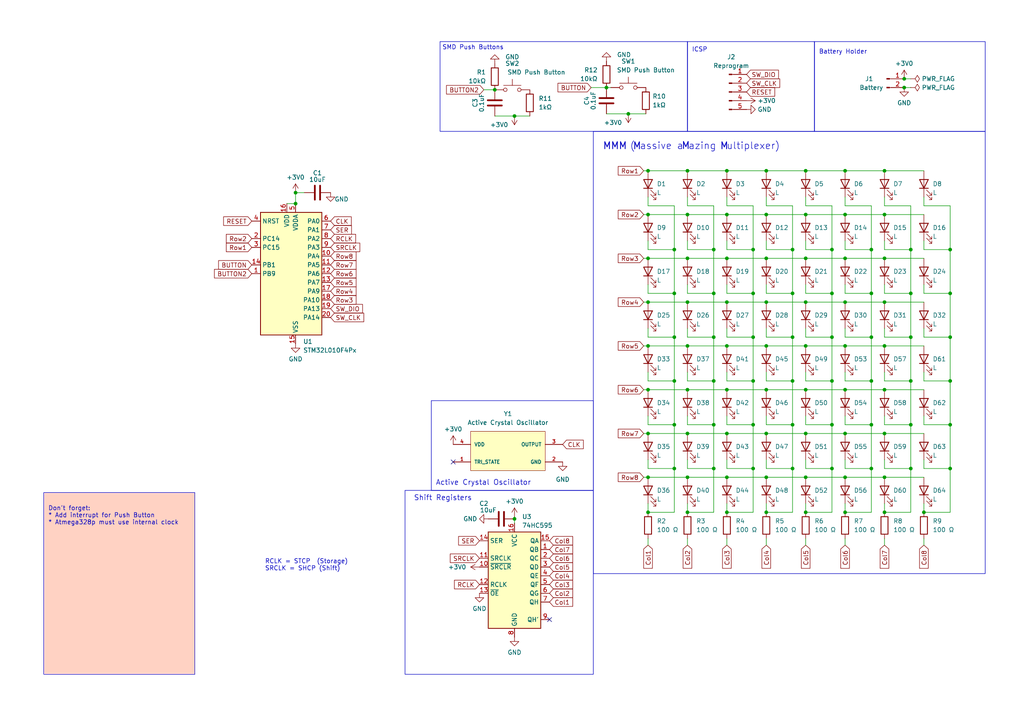
<source format=kicad_sch>
(kicad_sch (version 20230121) (generator eeschema)
  (paper "A4")
  (title_block (title "Holographic Business Card") (date "2024-12-20"))
  (junction (at 264.16 97.79))
  (junction (at 275.59 97.79))
  (junction (at 241.3 135.89))
  (junction (at 256.54 100.33))
  (junction (at 229.87 110.49))
  (junction (at 264.16 110.49))
  (junction (at 256.54 113.03))
  (junction (at 199.39 74.93))
  (junction (at 207.01 123.19))
  (junction (at 264.16 85.09))
  (junction (at 210.82 100.33))
  (junction (at 222.25 125.73))
  (junction (at 207.01 85.09))
  (junction (at 218.44 97.79))
  (junction (at 222.25 62.23))
  (junction (at 85.725 59.055))
  (junction (at 199.39 49.53))
  (junction (at 252.73 72.39))
  (junction (at 210.82 87.63))
  (junction (at 245.11 100.33))
  (junction (at 195.58 135.89))
  (junction (at 210.82 138.43))
  (junction (at 245.11 49.53))
  (junction (at 199.39 100.33))
  (junction (at 256.54 125.73))
  (junction (at 233.68 113.03))
  (junction (at 275.59 85.09))
  (junction (at 175.895 25.4))
  (junction (at 199.39 62.23))
  (junction (at 262.255 25.4))
  (junction (at 207.01 135.89))
  (junction (at 256.54 87.63))
  (junction (at 222.25 100.33))
  (junction (at 195.58 85.09))
  (junction (at 229.87 135.89))
  (junction (at 222.25 49.53))
  (junction (at 233.68 74.93))
  (junction (at 187.96 113.03))
  (junction (at 187.96 125.73))
  (junction (at 252.73 85.09))
  (junction (at 233.68 49.53))
  (junction (at 195.58 72.39))
  (junction (at 222.25 138.43))
  (junction (at 85.725 55.88))
  (junction (at 256.54 49.53))
  (junction (at 210.82 62.23))
  (junction (at 233.68 87.63))
  (junction (at 199.39 148.59))
  (junction (at 233.68 100.33))
  (junction (at 229.87 97.79))
  (junction (at 229.87 85.09))
  (junction (at 241.3 85.09))
  (junction (at 245.11 148.59))
  (junction (at 218.44 135.89))
  (junction (at 252.73 135.89))
  (junction (at 187.96 100.33))
  (junction (at 149.225 150.495))
  (junction (at 241.3 97.79))
  (junction (at 245.11 138.43))
  (junction (at 229.87 123.19))
  (junction (at 218.44 110.49))
  (junction (at 267.97 148.59))
  (junction (at 182.245 33.02))
  (junction (at 143.51 26.035))
  (junction (at 222.25 87.63))
  (junction (at 245.11 87.63))
  (junction (at 245.11 113.03))
  (junction (at 252.73 110.49))
  (junction (at 210.82 148.59))
  (junction (at 187.96 148.59))
  (junction (at 275.59 72.39))
  (junction (at 187.96 87.63))
  (junction (at 195.58 123.19))
  (junction (at 233.68 148.59))
  (junction (at 218.44 72.39))
  (junction (at 210.82 113.03))
  (junction (at 256.54 74.93))
  (junction (at 245.11 74.93))
  (junction (at 275.59 123.19))
  (junction (at 245.11 62.23))
  (junction (at 199.39 87.63))
  (junction (at 229.87 72.39))
  (junction (at 187.96 62.23))
  (junction (at 233.68 62.23))
  (junction (at 222.25 148.59))
  (junction (at 210.82 49.53))
  (junction (at 245.11 125.73))
  (junction (at 241.3 123.19))
  (junction (at 218.44 123.19))
  (junction (at 187.96 49.53))
  (junction (at 256.54 148.59))
  (junction (at 199.39 113.03))
  (junction (at 241.3 72.39))
  (junction (at 207.01 72.39))
  (junction (at 262.255 22.86))
  (junction (at 275.59 110.49))
  (junction (at 264.16 135.89))
  (junction (at 149.225 33.655))
  (junction (at 207.01 97.79))
  (junction (at 264.16 123.19))
  (junction (at 207.01 110.49))
  (junction (at 187.96 74.93))
  (junction (at 252.73 123.19))
  (junction (at 241.3 110.49))
  (junction (at 264.16 72.39))
  (junction (at 256.54 62.23))
  (junction (at 233.68 138.43))
  (junction (at 195.58 110.49))
  (junction (at 218.44 85.09))
  (junction (at 275.59 135.89))
  (junction (at 195.58 97.79))
  (junction (at 233.68 125.73))
  (junction (at 210.82 125.73))
  (junction (at 210.82 74.93))
  (junction (at 199.39 125.73))
  (junction (at 199.39 138.43))
  (junction (at 187.96 138.43))
  (junction (at 222.25 74.93))
  (junction (at 222.25 113.03))
  (junction (at 252.73 97.79))
  (junction (at 256.54 138.43))
  (no_connect (at 131.445 133.985))
  (no_connect (at 159.385 179.705))
  (wire (pts (xy 256.54 72.39) (xy 264.16 72.39)))
  (wire (pts (xy 218.44 148.59) (xy 210.82 148.59)))
  (wire (pts (xy 210.82 57.15) (xy 210.82 59.69)))
  (wire (pts (xy 245.11 57.15) (xy 245.11 59.69)))
  (wire (pts (xy 207.01 135.89) (xy 207.01 148.59)))
  (wire (pts (xy 222.25 82.55) (xy 222.25 85.09)))
  (wire (pts (xy 252.73 97.79) (xy 252.73 110.49)))
  (wire (pts (xy 245.11 125.73) (xy 256.54 125.73)))
  (wire (pts (xy 256.54 120.65) (xy 256.54 123.19)))
  (wire (pts (xy 171.45 25.4) (xy 175.895 25.4)))
  (wire (pts (xy 199.39 74.93) (xy 210.82 74.93)))
  (wire (pts (xy 186.69 125.73) (xy 187.96 125.73)))
  (wire (pts (xy 210.82 74.93) (xy 222.25 74.93)))
  (wire (pts (xy 245.11 87.63) (xy 256.54 87.63)))
  (wire (pts (xy 187.96 120.65) (xy 187.96 123.19)))
  (wire (pts (xy 256.54 123.19) (xy 264.16 123.19)))
  (wire (pts (xy 210.82 82.55) (xy 210.82 85.09)))
  (wire (pts (xy 245.11 110.49) (xy 252.73 110.49)))
  (wire (pts (xy 187.96 49.53) (xy 199.39 49.53)))
  (wire (pts (xy 233.68 135.89) (xy 241.3 135.89)))
  (wire (pts (xy 210.82 100.33) (xy 222.25 100.33)))
  (wire (pts (xy 267.97 156.21) (xy 267.97 158.115)))
  (wire (pts (xy 222.25 148.59) (xy 222.25 146.05)))
  (wire (pts (xy 267.97 135.89) (xy 275.59 135.89)))
  (wire (pts (xy 207.01 85.09) (xy 207.01 97.79)))
  (wire (pts (xy 210.82 138.43) (xy 222.25 138.43)))
  (wire (pts (xy 241.3 110.49) (xy 241.3 123.19)))
  (wire (pts (xy 187.96 72.39) (xy 195.58 72.39)))
  (wire (pts (xy 233.68 62.23) (xy 245.11 62.23)))
  (wire (pts (xy 233.68 82.55) (xy 233.68 85.09)))
  (wire (pts (xy 222.25 107.95) (xy 222.25 110.49)))
  (wire (pts (xy 222.25 69.85) (xy 222.25 72.39)))
  (wire (pts (xy 245.11 59.69) (xy 252.73 59.69)))
  (wire (pts (xy 210.82 125.73) (xy 222.25 125.73)))
  (wire (pts (xy 187.96 135.89) (xy 195.58 135.89)))
  (wire (pts (xy 199.39 156.21) (xy 199.39 158.115)))
  (wire (pts (xy 233.68 133.35) (xy 233.68 135.89)))
  (wire (pts (xy 256.54 107.95) (xy 256.54 110.49)))
  (wire (pts (xy 267.97 133.35) (xy 267.97 135.89)))
  (wire (pts (xy 218.44 110.49) (xy 218.44 123.19)))
  (wire (pts (xy 187.96 59.69) (xy 195.58 59.69)))
  (wire (pts (xy 210.82 85.09) (xy 218.44 85.09)))
  (wire (pts (xy 252.73 110.49) (xy 252.73 123.19)))
  (wire (pts (xy 233.68 125.73) (xy 245.11 125.73)))
  (wire (pts (xy 218.44 97.79) (xy 218.44 110.49)))
  (wire (pts (xy 229.87 135.89) (xy 229.87 148.59)))
  (wire (pts (xy 218.44 135.89) (xy 218.44 148.59)))
  (wire (pts (xy 275.59 123.19) (xy 275.59 135.89)))
  (wire (pts (xy 210.82 62.23) (xy 222.25 62.23)))
  (wire (pts (xy 187.96 110.49) (xy 195.58 110.49)))
  (wire (pts (xy 256.54 74.93) (xy 267.97 74.93)))
  (wire (pts (xy 199.39 97.79) (xy 207.01 97.79)))
  (wire (pts (xy 222.25 85.09) (xy 229.87 85.09)))
  (wire (pts (xy 229.87 110.49) (xy 229.87 123.19)))
  (wire (pts (xy 195.58 72.39) (xy 195.58 85.09)))
  (wire (pts (xy 187.96 85.09) (xy 195.58 85.09)))
  (wire (pts (xy 222.25 125.73) (xy 233.68 125.73)))
  (wire (pts (xy 187.96 57.15) (xy 187.96 59.69)))
  (wire (pts (xy 222.25 138.43) (xy 233.68 138.43)))
  (wire (pts (xy 143.51 33.655) (xy 149.225 33.655)))
  (wire (pts (xy 256.54 110.49) (xy 264.16 110.49)))
  (wire (pts (xy 187.96 97.79) (xy 195.58 97.79)))
  (wire (pts (xy 195.58 110.49) (xy 195.58 123.19)))
  (wire (pts (xy 275.59 59.69) (xy 275.59 72.39)))
  (wire (pts (xy 199.39 138.43) (xy 210.82 138.43)))
  (wire (pts (xy 210.82 148.59) (xy 210.82 146.05)))
  (wire (pts (xy 187.96 69.85) (xy 187.96 72.39)))
  (wire (pts (xy 245.11 69.85) (xy 245.11 72.39)))
  (wire (pts (xy 229.87 85.09) (xy 229.87 97.79)))
  (wire (pts (xy 195.58 135.89) (xy 195.58 148.59)))
  (wire (pts (xy 187.96 62.23) (xy 199.39 62.23)))
  (wire (pts (xy 222.25 156.21) (xy 222.25 158.115)))
  (wire (pts (xy 195.58 123.19) (xy 195.58 135.89)))
  (wire (pts (xy 199.39 125.73) (xy 210.82 125.73)))
  (wire (pts (xy 199.39 113.03) (xy 210.82 113.03)))
  (wire (pts (xy 264.16 97.79) (xy 264.16 110.49)))
  (wire (pts (xy 245.11 113.03) (xy 256.54 113.03)))
  (wire (pts (xy 233.68 138.43) (xy 245.11 138.43)))
  (wire (pts (xy 267.97 120.65) (xy 267.97 123.19)))
  (wire (pts (xy 245.11 135.89) (xy 252.73 135.89)))
  (wire (pts (xy 275.59 135.89) (xy 275.59 148.59)))
  (wire (pts (xy 267.97 123.19) (xy 275.59 123.19)))
  (wire (pts (xy 207.01 59.69) (xy 207.01 72.39)))
  (wire (pts (xy 207.01 72.39) (xy 207.01 85.09)))
  (wire (pts (xy 210.82 95.25) (xy 210.82 97.79)))
  (wire (pts (xy 199.39 110.49) (xy 207.01 110.49)))
  (wire (pts (xy 199.39 95.25) (xy 199.39 97.79)))
  (wire (pts (xy 199.39 72.39) (xy 207.01 72.39)))
  (wire (pts (xy 229.87 59.69) (xy 229.87 72.39)))
  (wire (pts (xy 275.59 72.39) (xy 275.59 85.09)))
  (wire (pts (xy 218.44 85.09) (xy 218.44 97.79)))
  (wire (pts (xy 233.68 57.15) (xy 233.68 59.69)))
  (wire (pts (xy 222.25 123.19) (xy 229.87 123.19)))
  (wire (pts (xy 233.68 107.95) (xy 233.68 110.49)))
  (wire (pts (xy 149.225 150.495) (xy 149.225 151.765)))
  (wire (pts (xy 256.54 85.09) (xy 264.16 85.09)))
  (wire (pts (xy 245.11 148.59) (xy 245.11 146.05)))
  (wire (pts (xy 233.68 148.59) (xy 233.68 146.05)))
  (wire (pts (xy 245.11 62.23) (xy 256.54 62.23)))
  (wire (pts (xy 233.68 110.49) (xy 241.3 110.49)))
  (wire (pts (xy 267.97 107.95) (xy 267.97 110.49)))
  (wire (pts (xy 275.59 97.79) (xy 275.59 110.49)))
  (wire (pts (xy 210.82 156.21) (xy 210.82 158.115)))
  (wire (pts (xy 256.54 87.63) (xy 267.97 87.63)))
  (wire (pts (xy 187.96 87.63) (xy 199.39 87.63)))
  (wire (pts (xy 186.69 100.33) (xy 187.96 100.33)))
  (wire (pts (xy 199.39 123.19) (xy 207.01 123.19)))
  (wire (pts (xy 187.96 95.25) (xy 187.96 97.79)))
  (wire (pts (xy 187.96 100.33) (xy 199.39 100.33)))
  (wire (pts (xy 233.68 69.85) (xy 233.68 72.39)))
  (wire (pts (xy 267.97 72.39) (xy 275.59 72.39)))
  (wire (pts (xy 186.69 138.43) (xy 187.96 138.43)))
  (wire (pts (xy 186.69 113.03) (xy 187.96 113.03)))
  (wire (pts (xy 252.73 59.69) (xy 252.73 72.39)))
  (wire (pts (xy 199.39 82.55) (xy 199.39 85.09)))
  (wire (pts (xy 199.39 148.59) (xy 199.39 146.05)))
  (wire (pts (xy 267.97 85.09) (xy 275.59 85.09)))
  (wire (pts (xy 210.82 120.65) (xy 210.82 123.19)))
  (wire (pts (xy 241.3 72.39) (xy 241.3 85.09)))
  (wire (pts (xy 229.87 72.39) (xy 229.87 85.09)))
  (wire (pts (xy 210.82 123.19) (xy 218.44 123.19)))
  (wire (pts (xy 222.25 49.53) (xy 233.68 49.53)))
  (wire (pts (xy 256.54 113.03) (xy 267.97 113.03)))
  (wire (pts (xy 256.54 82.55) (xy 256.54 85.09)))
  (wire (pts (xy 256.54 148.59) (xy 256.54 146.05)))
  (wire (pts (xy 175.895 33.02) (xy 182.245 33.02)))
  (wire (pts (xy 267.97 97.79) (xy 275.59 97.79)))
  (wire (pts (xy 210.82 72.39) (xy 218.44 72.39)))
  (wire (pts (xy 264.16 123.19) (xy 264.16 135.89)))
  (wire (pts (xy 199.39 107.95) (xy 199.39 110.49)))
  (wire (pts (xy 199.39 59.69) (xy 207.01 59.69)))
  (wire (pts (xy 140.335 26.035) (xy 143.51 26.035)))
  (wire (pts (xy 241.3 85.09) (xy 241.3 97.79)))
  (wire (pts (xy 186.69 87.63) (xy 187.96 87.63)))
  (wire (pts (xy 245.11 100.33) (xy 256.54 100.33)))
  (wire (pts (xy 245.11 120.65) (xy 245.11 123.19)))
  (wire (pts (xy 256.54 59.69) (xy 264.16 59.69)))
  (wire (pts (xy 264.16 148.59) (xy 256.54 148.59)))
  (wire (pts (xy 229.87 97.79) (xy 229.87 110.49)))
  (wire (pts (xy 187.96 148.59) (xy 187.96 146.05)))
  (wire (pts (xy 256.54 100.33) (xy 267.97 100.33)))
  (wire (pts (xy 256.54 95.25) (xy 256.54 97.79)))
  (wire (pts (xy 233.68 72.39) (xy 241.3 72.39)))
  (wire (pts (xy 222.25 95.25) (xy 222.25 97.79)))
  (wire (pts (xy 245.11 95.25) (xy 245.11 97.79)))
  (wire (pts (xy 210.82 69.85) (xy 210.82 72.39)))
  (wire (pts (xy 267.97 82.55) (xy 267.97 85.09)))
  (wire (pts (xy 199.39 69.85) (xy 199.39 72.39)))
  (wire (pts (xy 241.3 148.59) (xy 233.68 148.59)))
  (wire (pts (xy 207.01 148.59) (xy 199.39 148.59)))
  (wire (pts (xy 233.68 100.33) (xy 245.11 100.33)))
  (wire (pts (xy 241.3 123.19) (xy 241.3 135.89)))
  (wire (pts (xy 233.68 74.93) (xy 245.11 74.93)))
  (wire (pts (xy 245.11 85.09) (xy 252.73 85.09)))
  (wire (pts (xy 210.82 87.63) (xy 222.25 87.63)))
  (wire (pts (xy 85.725 55.88) (xy 85.725 59.055)))
  (wire (pts (xy 233.68 85.09) (xy 241.3 85.09)))
  (wire (pts (xy 210.82 110.49) (xy 218.44 110.49)))
  (wire (pts (xy 222.25 100.33) (xy 233.68 100.33)))
  (wire (pts (xy 222.25 113.03) (xy 233.68 113.03)))
  (wire (pts (xy 186.69 62.23) (xy 187.96 62.23)))
  (wire (pts (xy 187.96 138.43) (xy 199.39 138.43)))
  (wire (pts (xy 252.73 135.89) (xy 252.73 148.59)))
  (wire (pts (xy 199.39 100.33) (xy 210.82 100.33)))
  (wire (pts (xy 218.44 123.19) (xy 218.44 135.89)))
  (wire (pts (xy 264.16 22.86) (xy 262.255 22.86)))
  (wire (pts (xy 199.39 87.63) (xy 210.82 87.63)))
  (wire (pts (xy 245.11 138.43) (xy 256.54 138.43)))
  (wire (pts (xy 218.44 72.39) (xy 218.44 85.09)))
  (wire (pts (xy 210.82 97.79) (xy 218.44 97.79)))
  (wire (pts (xy 187.96 82.55) (xy 187.96 85.09)))
  (wire (pts (xy 218.44 59.69) (xy 218.44 72.39)))
  (wire (pts (xy 245.11 74.93) (xy 256.54 74.93)))
  (wire (pts (xy 264.16 25.4) (xy 262.255 25.4)))
  (wire (pts (xy 267.97 69.85) (xy 267.97 72.39)))
  (wire (pts (xy 199.39 62.23) (xy 210.82 62.23)))
  (wire (pts (xy 187.96 123.19) (xy 195.58 123.19)))
  (wire (pts (xy 256.54 138.43) (xy 267.97 138.43)))
  (wire (pts (xy 222.25 72.39) (xy 229.87 72.39)))
  (wire (pts (xy 233.68 120.65) (xy 233.68 123.19)))
  (wire (pts (xy 182.245 33.02) (xy 187.325 33.02)))
  (wire (pts (xy 264.16 85.09) (xy 264.16 97.79)))
  (wire (pts (xy 275.59 148.59) (xy 267.97 148.59)))
  (wire (pts (xy 187.96 133.35) (xy 187.96 135.89)))
  (wire (pts (xy 256.54 57.15) (xy 256.54 59.69)))
  (wire (pts (xy 222.25 110.49) (xy 229.87 110.49)))
  (wire (pts (xy 229.87 123.19) (xy 229.87 135.89)))
  (wire (pts (xy 233.68 87.63) (xy 245.11 87.63)))
  (wire (pts (xy 186.69 74.93) (xy 187.96 74.93)))
  (wire (pts (xy 275.59 85.09) (xy 275.59 97.79)))
  (wire (pts (xy 199.39 135.89) (xy 207.01 135.89)))
  (wire (pts (xy 199.39 49.53) (xy 210.82 49.53)))
  (wire (pts (xy 233.68 123.19) (xy 241.3 123.19)))
  (wire (pts (xy 233.68 49.53) (xy 245.11 49.53)))
  (wire (pts (xy 195.58 97.79) (xy 195.58 110.49)))
  (wire (pts (xy 187.96 125.73) (xy 199.39 125.73)))
  (wire (pts (xy 256.54 125.73) (xy 267.97 125.73)))
  (wire (pts (xy 241.3 59.69) (xy 241.3 72.39)))
  (wire (pts (xy 256.54 135.89) (xy 264.16 135.89)))
  (wire (pts (xy 252.73 85.09) (xy 252.73 97.79)))
  (wire (pts (xy 245.11 82.55) (xy 245.11 85.09)))
  (wire (pts (xy 199.39 85.09) (xy 207.01 85.09)))
  (wire (pts (xy 222.25 87.63) (xy 233.68 87.63)))
  (wire (pts (xy 256.54 62.23) (xy 267.97 62.23)))
  (wire (pts (xy 210.82 135.89) (xy 218.44 135.89)))
  (wire (pts (xy 245.11 107.95) (xy 245.11 110.49)))
  (wire (pts (xy 210.82 133.35) (xy 210.82 135.89)))
  (wire (pts (xy 256.54 49.53) (xy 267.97 49.53)))
  (wire (pts (xy 229.87 148.59) (xy 222.25 148.59)))
  (wire (pts (xy 222.25 97.79) (xy 229.87 97.79)))
  (wire (pts (xy 256.54 69.85) (xy 256.54 72.39)))
  (wire (pts (xy 245.11 49.53) (xy 256.54 49.53)))
  (wire (pts (xy 267.97 148.59) (xy 267.97 146.05)))
  (wire (pts (xy 267.97 59.69) (xy 275.59 59.69)))
  (wire (pts (xy 187.96 107.95) (xy 187.96 110.49)))
  (wire (pts (xy 267.97 57.15) (xy 267.97 59.69)))
  (wire (pts (xy 275.59 110.49) (xy 275.59 123.19)))
  (wire (pts (xy 264.16 72.39) (xy 264.16 85.09)))
  (wire (pts (xy 252.73 123.19) (xy 252.73 135.89)))
  (wire (pts (xy 175.895 25.4) (xy 177.165 25.4)))
  (wire (pts (xy 195.58 148.59) (xy 187.96 148.59)))
  (wire (pts (xy 222.25 74.93) (xy 233.68 74.93)))
  (wire (pts (xy 252.73 72.39) (xy 252.73 85.09)))
  (wire (pts (xy 245.11 97.79) (xy 252.73 97.79)))
  (wire (pts (xy 264.16 135.89) (xy 264.16 148.59)))
  (wire (pts (xy 256.54 97.79) (xy 264.16 97.79)))
  (wire (pts (xy 233.68 95.25) (xy 233.68 97.79)))
  (wire (pts (xy 187.96 113.03) (xy 199.39 113.03)))
  (wire (pts (xy 83.185 59.055) (xy 85.725 59.055)))
  (wire (pts (xy 210.82 113.03) (xy 222.25 113.03)))
  (wire (pts (xy 207.01 123.19) (xy 207.01 135.89)))
  (wire (pts (xy 241.3 135.89) (xy 241.3 148.59)))
  (wire (pts (xy 149.225 149.86) (xy 149.225 150.495)))
  (wire (pts (xy 195.58 59.69) (xy 195.58 72.39)))
  (wire (pts (xy 199.39 120.65) (xy 199.39 123.19)))
  (wire (pts (xy 187.96 156.21) (xy 187.96 158.115)))
  (wire (pts (xy 222.25 135.89) (xy 229.87 135.89)))
  (wire (pts (xy 199.39 57.15) (xy 199.39 59.69)))
  (wire (pts (xy 88.265 55.88) (xy 85.725 55.88)))
  (wire (pts (xy 187.96 74.93) (xy 199.39 74.93)))
  (wire (pts (xy 222.25 57.15) (xy 222.25 59.69)))
  (wire (pts (xy 267.97 110.49) (xy 275.59 110.49)))
  (wire (pts (xy 264.16 59.69) (xy 264.16 72.39)))
  (wire (pts (xy 245.11 156.21) (xy 245.11 158.115)))
  (wire (pts (xy 199.39 133.35) (xy 199.39 135.89)))
  (wire (pts (xy 222.25 133.35) (xy 222.25 135.89)))
  (wire (pts (xy 195.58 85.09) (xy 195.58 97.79)))
  (wire (pts (xy 222.25 62.23) (xy 233.68 62.23)))
  (wire (pts (xy 233.68 59.69) (xy 241.3 59.69)))
  (wire (pts (xy 256.54 156.21) (xy 256.54 158.115)))
  (wire (pts (xy 256.54 133.35) (xy 256.54 135.89)))
  (wire (pts (xy 149.225 33.655) (xy 153.67 33.655)))
  (wire (pts (xy 207.01 97.79) (xy 207.01 110.49)))
  (wire (pts (xy 233.68 113.03) (xy 245.11 113.03)))
  (wire (pts (xy 210.82 107.95) (xy 210.82 110.49)))
  (wire (pts (xy 207.01 110.49) (xy 207.01 123.19)))
  (wire (pts (xy 222.25 120.65) (xy 222.25 123.19)))
  (wire (pts (xy 222.25 59.69) (xy 229.87 59.69)))
  (wire (pts (xy 233.68 156.21) (xy 233.68 158.115)))
  (wire (pts (xy 245.11 72.39) (xy 252.73 72.39)))
  (wire (pts (xy 245.11 133.35) (xy 245.11 135.89)))
  (wire (pts (xy 233.68 97.79) (xy 241.3 97.79)))
  (wire (pts (xy 252.73 148.59) (xy 245.11 148.59)))
  (wire (pts (xy 210.82 49.53) (xy 222.25 49.53)))
  (wire (pts (xy 210.82 59.69) (xy 218.44 59.69)))
  (wire (pts (xy 264.16 110.49) (xy 264.16 123.19)))
  (wire (pts (xy 245.11 123.19) (xy 252.73 123.19)))
  (wire (pts (xy 186.69 49.53) (xy 187.96 49.53)))
  (wire (pts (xy 241.3 97.79) (xy 241.3 110.49)))
  (wire (pts (xy 267.97 95.25) (xy 267.97 97.79)))
  (rectangle (start 236.22 38.1) (end 236.22 38.1))
  (rectangle (start 127.635 12.065) (end 199.39 38.1))
  (rectangle (start 172.085 38.1) (end 285.75 166.37))
  (rectangle (start 199.39 12.065) (end 236.22 38.1))
  (rectangle (start 12.7 142.875) (end 56.515 195.58) (fill (type color) (color 255 210 195 1)))
  (rectangle (start 117.475 142.24) (end 172.085 195.58))
  (rectangle (start 236.22 12.065) (end 285.75 38.1))
  (rectangle (start 125.095 116.205) (end 172.085 142.24))
  (text "M" (at 208.7626 43.6626 0) (effects (font (size 2 2) (thickness 0.254) bold) (justify left bottom)))
  (text " ( assive a azing  ultiplexer)" (at 181.1274 43.6372 0) (effects (font (size 2 2)) (justify left bottom)))
  (text "M" (at 183.4642 43.6626 0) (effects (font (size 2 2) (thickness 0.254) bold) (justify left bottom)))
  (text "SMD Push Buttons\n" (at 128.27 14.605 0) (effects (font (size 1.27 1.27)) (justify left bottom)))
  (text "Don't forget:\n* Add interrupt for Push Button\n* Atmega328p must use internal clock" (at 13.97 152.4 0) (effects (font (size 1.27 1.27)) (justify left bottom)))
  (text "Shift Registers\n" (at 120.015 145.415 0) (effects (font (size 1.5 1.5)) (justify left bottom)))
  (text "MMM" (at 174.7774 43.6372 0) (effects (font (size 2 2) (thickness 0.254) bold) (justify left bottom)))
  (text "M" (at 197.612 43.5864 0) (effects (font (size 2 2) (thickness 0.254) bold) (justify left bottom)))
  (text "RCLK = STCP  (Storage)\nSRCLK = SHCP (Shift)" (at 76.835 165.735 0) (effects (font (size 1.27 1.27)) (justify left bottom)))
  (text "Battery Holder" (at 237.49 15.875 0) (effects (font (size 1.27 1.27)) (justify left bottom)))
  (text "ICSP" (at 200.66 15.24 0) (effects (font (size 1.27 1.27)) (justify left bottom)))
  (text "Active Crystal Oscillator\n" (at 126.365 140.97 0) (effects (font (size 1.5 1.5)) (justify left bottom)))
  (global_label "BUTTON2" (shape input) (at 140.335 26.035 180) (property "Intersheetrefs" "${INTERSHEET_REFS}" (effects hide)))
  (global_label "Col4" (shape input) (at 159.385 167.005 0) (property "Intersheetrefs" "${INTERSHEET_REFS}" (effects hide)))
  (global_label "BUTTON" (shape input) (at 171.45 25.4 180) (property "Intersheetrefs" "${INTERSHEET_REFS}" (effects hide)))
  (global_label "Col6" (shape input) (at 159.385 161.925 0) (property "Intersheetrefs" "${INTERSHEET_REFS}" (effects hide)))
  (global_label "Col4" (shape input) (at 222.25 158.115 270) (property "Intersheetrefs" "${INTERSHEET_REFS}" (effects hide)))
  (global_label "BUTTON2" (shape input) (at 73.025 79.375 180) (property "Intersheetrefs" "${INTERSHEET_REFS}" (effects hide)))
  (global_label "Col1" (shape input) (at 159.385 174.625 0) (property "Intersheetrefs" "${INTERSHEET_REFS}" (effects hide)))
  (global_label "CLK" (shape input) (at 163.195 128.905 0) (property "Intersheetrefs" "${INTERSHEET_REFS}" (effects hide)))
  (global_label "Row2" (shape input) (at 73.025 69.215 180) (property "Intersheetrefs" "${INTERSHEET_REFS}" (effects hide)))
  (global_label "Row7" (shape input) (at 95.885 76.835 0) (property "Intersheetrefs" "${INTERSHEET_REFS}" (effects hide)))
  (global_label "Col5" (shape input) (at 159.385 164.465 0) (property "Intersheetrefs" "${INTERSHEET_REFS}" (effects hide)))
  (global_label "Col7" (shape input) (at 256.54 158.115 270) (property "Intersheetrefs" "${INTERSHEET_REFS}" (effects hide)))
  (global_label "Col2" (shape input) (at 199.39 158.115 270) (property "Intersheetrefs" "${INTERSHEET_REFS}" (effects hide)))
  (global_label "Row5" (shape input) (at 95.885 81.915 0) (property "Intersheetrefs" "${INTERSHEET_REFS}" (effects hide)))
  (global_label "Row4" (shape input) (at 95.885 84.455 0) (property "Intersheetrefs" "${INTERSHEET_REFS}" (effects hide)))
  (global_label "Col3" (shape input) (at 210.82 158.115 270) (property "Intersheetrefs" "${INTERSHEET_REFS}" (effects hide)))
  (global_label "Col2" (shape input) (at 159.385 172.085 0) (property "Intersheetrefs" "${INTERSHEET_REFS}" (effects hide)))
  (global_label "Col8" (shape input) (at 159.385 156.845 0) (property "Intersheetrefs" "${INTERSHEET_REFS}" (effects hide)))
  (global_label "Row8" (shape input) (at 95.885 74.295 0) (property "Intersheetrefs" "${INTERSHEET_REFS}" (effects hide)))
  (global_label "Row1" (shape input) (at 73.025 71.755 180) (property "Intersheetrefs" "${INTERSHEET_REFS}" (effects hide)))
  (global_label "RCLK" (shape input) (at 95.885 69.215 0) (property "Intersheetrefs" "${INTERSHEET_REFS}" (effects hide)))
  (global_label "Row5" (shape input) (at 186.69 100.33 180) (property "Intersheetrefs" "${INTERSHEET_REFS}" (effects hide)))
  (global_label "Row6" (shape input) (at 95.885 79.375 0) (property "Intersheetrefs" "${INTERSHEET_REFS}" (effects hide)))
  (global_label "BUTTON" (shape input) (at 73.025 76.835 180) (property "Intersheetrefs" "${INTERSHEET_REFS}" (effects hide)))
  (global_label "SRCLK" (shape input) (at 95.885 71.755 0) (property "Intersheetrefs" "${INTERSHEET_REFS}" (effects hide)))
  (global_label "Col3" (shape input) (at 159.385 169.545 0) (property "Intersheetrefs" "${INTERSHEET_REFS}" (effects hide)))
  (global_label "SER" (shape input) (at 139.065 156.845 180) (property "Intersheetrefs" "${INTERSHEET_REFS}" (effects hide)))
  (global_label "SW_CLK" (shape input) (at 216.535 24.13 0) (property "Intersheetrefs" "${INTERSHEET_REFS}" (effects hide)))
  (global_label "Col8" (shape input) (at 267.97 158.115 270) (property "Intersheetrefs" "${INTERSHEET_REFS}" (effects hide)))
  (global_label "Row3" (shape input) (at 186.69 74.93 180) (property "Intersheetrefs" "${INTERSHEET_REFS}" (effects hide)))
  (global_label "Row8" (shape input) (at 186.69 138.43 180) (property "Intersheetrefs" "${INTERSHEET_REFS}" (effects hide)))
  (global_label "Col7" (shape input) (at 159.385 159.385 0) (property "Intersheetrefs" "${INTERSHEET_REFS}" (effects hide)))
  (global_label "Row4" (shape input) (at 186.69 87.63 180) (property "Intersheetrefs" "${INTERSHEET_REFS}" (effects hide)))
  (global_label "Col6" (shape input) (at 245.11 158.115 270) (property "Intersheetrefs" "${INTERSHEET_REFS}" (effects hide)))
  (global_label "Col1" (shape input) (at 187.96 158.115 270) (property "Intersheetrefs" "${INTERSHEET_REFS}" (effects hide)))
  (global_label "SW_CLK" (shape input) (at 95.885 92.075 0) (property "Intersheetrefs" "${INTERSHEET_REFS}" (effects hide)))
  (global_label "Col5" (shape input) (at 233.68 158.115 270) (property "Intersheetrefs" "${INTERSHEET_REFS}" (effects hide)))
  (global_label "Row3" (shape input) (at 95.885 86.995 0) (property "Intersheetrefs" "${INTERSHEET_REFS}" (effects hide)))
  (global_label "CLK" (shape input) (at 95.885 64.135 0) (property "Intersheetrefs" "${INTERSHEET_REFS}" (effects hide)))
  (global_label "SER" (shape input) (at 95.885 66.675 0) (property "Intersheetrefs" "${INTERSHEET_REFS}" (effects hide)))
  (global_label "SW_DIO" (shape input) (at 95.885 89.535 0) (property "Intersheetrefs" "${INTERSHEET_REFS}" (effects hide)))
  (global_label "Row2" (shape input) (at 186.69 62.23 180) (property "Intersheetrefs" "${INTERSHEET_REFS}" (effects hide)))
  (global_label "Row7" (shape input) (at 186.69 125.73 180) (property "Intersheetrefs" "${INTERSHEET_REFS}" (effects hide)))
  (global_label "Row6" (shape input) (at 186.69 113.03 180) (property "Intersheetrefs" "${INTERSHEET_REFS}" (effects hide)))
  (global_label "RCLK" (shape input) (at 139.065 169.545 180) (property "Intersheetrefs" "${INTERSHEET_REFS}" (effects hide)))
  (global_label "RESET" (shape input) (at 216.535 26.67 0) (property "Intersheetrefs" "${INTERSHEET_REFS}" (effects hide)))
  (global_label "Row1" (shape input) (at 186.69 49.53 180) (property "Intersheetrefs" "${INTERSHEET_REFS}" (effects hide)))
  (global_label "SRCLK" (shape input) (at 139.065 161.925 180) (property "Intersheetrefs" "${INTERSHEET_REFS}" (effects hide)))
  (global_label "SW_DIO" (shape input) (at 216.535 21.59 0) (property "Intersheetrefs" "${INTERSHEET_REFS}" (effects hide)))
  (global_label "RESET" (shape input) (at 73.025 64.135 180) (property "Intersheetrefs" "${INTERSHEET_REFS}" (effects hide)))
  (symbol (lib_id "Device:LED") (at 256.54 129.54 90) (unit 1)
    (property "Reference" "D59" (at 259.08 129.54 90) (effects (justify right)))
    (property "Value" "L" (at 259.08 132.08 90) (effects (justify right)))
    (property "Footprint" "LED_SMD:LED_0805_2012Metric" (effects hide))
    (property "LCSC" "C434431" (effects hide))
  )
  (symbol (lib_id "Device:LED") (at 256.54 142.24 90) (unit 1)
    (property "Reference" "D60" (at 259.08 142.24 90) (effects (justify right)))
    (property "Value" "L" (at 259.08 144.78 90) (effects (justify right)))
    (property "Footprint" "LED_SMD:LED_0805_2012Metric" (effects hide))
    (property "LCSC" "C434431" (effects hide))
  )
  (symbol (lib_id "Device:LED") (at 187.96 66.04 90) (unit 1)
    (property "Reference" "D9" (at 190.5 66.04 90) (effects (justify right)))
    (property "Value" "L" (at 190.5 68.58 90) (effects (justify right)))
    (property "Footprint" "LED_SMD:LED_0805_2012Metric" (effects hide))
    (property "LCSC" "C434431" (effects hide))
  )
  (symbol (lib_id "power:GND") (at 143.51 18.415 180) (unit 1)
    (property "Reference" "#PWR09" (effects hide))
    (property "Value" "GND" (at 148.59 16.51 0))
  )
  (symbol (lib_id "Switch:SW_Push") (at 148.59 26.035 0) (unit 1)
    (property "Reference" "SW2" (at 148.59 18.415 0))
    (property "Value" "SMD Push Button" (at 155.575 20.955 0))
    (property "Footprint" "Button_Switch_SMD:SW_SPST_TL3342" (effects hide))
    (property "LCSC" "C2874421" (effects hide))
  )
  (symbol (lib_id "Device:LED") (at 222.25 116.84 90) (unit 1)
    (property "Reference" "D46" (at 224.79 116.84 90) (effects (justify right)))
    (property "Value" "L" (at 224.79 119.38 90) (effects (justify right)))
    (property "Footprint" "LED_SMD:LED_0805_2012Metric" (effects hide))
    (property "LCSC" "C434431" (effects hide))
  )
  (symbol (lib_id "Device:R") (at 256.54 152.4 0) (unit 1)
    (property "Reference" "R8" (at 259.08 151.13 0) (effects (justify left)))
    (property "Value" "100 Ω" (at 259.08 153.67 0) (effects (justify left)))
    (property "Footprint" "Resistor_SMD:R_0603_1608Metric" (effects hide))
    (property "LCSC" "C3017758" (effects hide))
  )
  (symbol (lib_id "Device:LED") (at 199.39 53.34 90) (unit 1)
    (property "Reference" "D2" (at 201.93 53.34 90) (effects (justify right)))
    (property "Value" "L" (at 201.93 55.88 90) (effects (justify right)))
    (property "Footprint" "LED_SMD:LED_0805_2012Metric" (effects hide))
    (property "LCSC" "C434431" (effects hide))
  )
  (symbol (lib_id "Device:LED") (at 187.96 116.84 90) (unit 1)
    (property "Reference" "D34" (at 190.5 116.84 90) (effects (justify right)))
    (property "Value" "L" (at 190.5 119.38 90) (effects (justify right)))
    (property "Footprint" "LED_SMD:LED_0805_2012Metric" (effects hide))
    (property "LCSC" "C434431" (effects hide))
  )
  (symbol (lib_id "Device:LED") (at 256.54 91.44 90) (unit 1)
    (property "Reference" "D31" (at 259.08 91.44 90) (effects (justify right)))
    (property "Value" "L" (at 259.08 93.98 90) (effects (justify right)))
    (property "Footprint" "LED_SMD:LED_0805_2012Metric" (effects hide))
    (property "LCSC" "C434431" (effects hide))
  )
  (symbol (lib_id "power:GND") (at 139.065 172.085 0) (unit 1)
    (property "Reference" "#PWR011" (effects hide))
    (property "Value" "GND" (at 139.065 176.53 0))
  )
  (symbol (lib_id "Device:LED") (at 187.96 78.74 90) (unit 1)
    (property "Reference" "D17" (at 190.5 78.74 90) (effects (justify right)))
    (property "Value" "L" (at 190.5 81.28 90) (effects (justify right)))
    (property "Footprint" "LED_SMD:LED_0805_2012Metric" (effects hide))
    (property "LCSC" "C434431" (effects hide))
  )
  (symbol (lib_id "Device:LED") (at 233.68 104.14 90) (unit 1)
    (property "Reference" "D49" (at 236.22 104.14 90) (effects (justify right)))
    (property "Value" "L" (at 236.22 106.68 90) (effects (justify right)))
    (property "Footprint" "LED_SMD:LED_0805_2012Metric" (effects hide))
    (property "LCSC" "C434431" (effects hide))
  )
  (symbol (lib_id "Device:LED") (at 222.25 53.34 90) (unit 1)
    (property "Reference" "D4" (at 224.79 53.34 90) (effects (justify right)))
    (property "Value" "L" (at 224.79 55.88 90) (effects (justify right)))
    (property "Footprint" "LED_SMD:LED_0805_2012Metric" (effects hide))
    (property "LCSC" "C434431" (effects hide))
  )
  (symbol (lib_id "Device:LED") (at 245.11 78.74 90) (unit 1)
    (property "Reference" "D22" (at 247.65 78.74 90) (effects (justify right)))
    (property "Value" "L" (at 247.65 81.28 90) (effects (justify right)))
    (property "Footprint" "LED_SMD:LED_0805_2012Metric" (effects hide))
    (property "LCSC" "C434431" (effects hide))
  )
  (symbol (lib_id "power:+3V0") (at 149.225 149.86 0) (unit 1)
    (property "Reference" "#PWR012" (effects hide))
    (property "Value" "+3V0" (at 149.225 145.415 0))
  )
  (symbol (lib_id "Device:LED") (at 187.96 104.14 90) (unit 1)
    (property "Reference" "D33" (at 190.5 104.14 90) (effects (justify right)))
    (property "Value" "L" (at 190.5 106.68 90) (effects (justify right)))
    (property "Footprint" "LED_SMD:LED_0805_2012Metric" (effects hide))
    (property "LCSC" "C434431" (effects hide))
  )
  (symbol (lib_id "Device:LED") (at 267.97 66.04 90) (unit 1)
    (property "Reference" "D16" (at 270.51 66.04 90) (effects (justify right)))
    (property "Value" "L" (at 270.51 68.58 90) (effects (justify right)))
    (property "Footprint" "LED_SMD:LED_0805_2012Metric" (effects hide))
    (property "LCSC" "C434431" (effects hide))
  )
  (symbol (lib_id "Colins_schematics:ECS-2520MV-160-CN-TR") (at 142.875 126.365 0) (unit 1)
    (property "Reference" "Y1" (at 147.32 120.015 0))
    (property "Value" "Active Crystal Oscillator" (at 147.32 122.555 0))
    (property "Footprint" "Colin New Footprints:OSC_ECS-2520S25-250-FN-TR" (effects hide))
    (property "PARTREV" "2017" (effects hide))
    (property "MANUFACTURER" "ECS INC" (effects hide))
    (property "STANDARD" "Manufacturer Recommendations" (effects hide))
    (property "LCSC" "C1857764" (effects hide))
  )
  (symbol (lib_id "Device:R") (at 187.96 152.4 0) (unit 1)
    (property "Reference" "R2" (at 190.5 151.13 0) (effects (justify left)))
    (property "Value" "100 Ω" (at 190.5 153.67 0) (effects (justify left)))
    (property "Footprint" "Resistor_SMD:R_0603_1608Metric" (effects hide))
    (property "LCSC" "C3017758" (effects hide))
  )
  (symbol (lib_id "Device:R") (at 267.97 152.4 0) (unit 1)
    (property "Reference" "R9" (at 270.51 151.13 0) (effects (justify left)))
    (property "Value" "100 Ω" (at 270.51 153.67 0) (effects (justify left)))
    (property "Footprint" "Resistor_SMD:R_0603_1608Metric" (effects hide))
    (property "LCSC" "C3017758" (effects hide))
  )
  (symbol (lib_id "power:GND") (at 95.885 55.88 0) (unit 1)
    (property "Reference" "#PWR04" (effects hide))
    (property "Value" "GND" (at 99.06 57.785 0))
  )
  (symbol (lib_id "power:+3V0") (at 85.725 55.88 0) (unit 1)
    (property "Reference" "#PWR03" (effects hide))
    (property "Value" "+3V0" (at 85.725 51.435 0))
  )
  (symbol (lib_id "Device:R") (at 199.39 152.4 0) (unit 1)
    (property "Reference" "R3" (at 201.93 151.13 0) (effects (justify left)))
    (property "Value" "100 Ω" (at 201.93 153.67 0) (effects (justify left)))
    (property "Footprint" "Resistor_SMD:R_0603_1608Metric" (effects hide))
    (property "LCSC" "C3017758" (effects hide))
  )
  (symbol (lib_id "Device:LED") (at 267.97 104.14 90) (unit 1)
    (property "Reference" "D61" (at 270.51 104.14 90) (effects (justify right)))
    (property "Value" "L" (at 270.51 106.68 90) (effects (justify right)))
    (property "Footprint" "LED_SMD:LED_0805_2012Metric" (effects hide))
    (property "LCSC" "C434431" (effects hide))
  )
  (symbol (lib_id "power:GND") (at 141.605 150.495 270) (unit 1)
    (property "Reference" "#PWR021" (effects hide))
    (property "Value" "GND" (at 138.43 150.495 90) (effects (justify right)))
  )
  (symbol (lib_id "Device:LED") (at 233.68 129.54 90) (unit 1)
    (property "Reference" "D51" (at 236.22 129.54 90) (effects (justify right)))
    (property "Value" "L" (at 236.22 132.08 90) (effects (justify right)))
    (property "Footprint" "LED_SMD:LED_0805_2012Metric" (effects hide))
    (property "LCSC" "C434431" (effects hide))
  )
  (symbol (lib_id "Device:LED") (at 245.11 116.84 90) (unit 1)
    (property "Reference" "D54" (at 247.65 116.84 90) (effects (justify right)))
    (property "Value" "L" (at 247.65 119.38 90) (effects (justify right)))
    (property "Footprint" "LED_SMD:LED_0805_2012Metric" (effects hide))
    (property "LCSC" "C434431" (effects hide))
  )
  (symbol (lib_id "Device:C") (at 175.895 29.21 180) (unit 1)
    (property "Reference" "C4" (at 170.18 29.21 90))
    (property "Value" "0.1uF" (at 172.085 29.21 90))
    (property "Footprint" "Capacitor_SMD:C_0603_1608Metric" (effects hide))
    (property "LCSC" "C1590" (effects hide))
  )
  (symbol (lib_id "power:+3V0") (at 139.065 164.465 90) (unit 1)
    (property "Reference" "#PWR015" (effects hide))
    (property "Value" "+3V0" (at 135.255 164.465 90) (effects (justify left)))
  )
  (symbol (lib_id "Device:R") (at 233.68 152.4 0) (unit 1)
    (property "Reference" "R6" (at 236.22 151.13 0) (effects (justify left)))
    (property "Value" "100 Ω" (at 236.22 153.67 0) (effects (justify left)))
    (property "Footprint" "Resistor_SMD:R_0603_1608Metric" (effects hide))
    (property "LCSC" "C3017758" (effects hide))
  )
  (symbol (lib_id "power:GND") (at 85.725 99.695 0) (unit 1)
    (property "Reference" "#PWR07" (effects hide))
    (property "Value" "GND" (at 85.725 104.14 0))
  )
  (symbol (lib_id "Device:LED") (at 210.82 129.54 90) (unit 1)
    (property "Reference" "D43" (at 213.36 129.54 90) (effects (justify right)))
    (property "Value" "L" (at 213.36 132.08 90) (effects (justify right)))
    (property "Footprint" "LED_SMD:LED_0805_2012Metric" (effects hide))
    (property "LCSC" "C434431" (effects hide))
  )
  (symbol (lib_id "power:PWR_FLAG") (at 264.16 22.86 270) (unit 1)
    (property "Reference" "#FLG01" (effects hide))
    (property "Value" "PWR_FLAG" (at 267.335 22.86 90) (effects (justify left)))
  )
  (symbol (lib_id "Device:LED") (at 210.82 53.34 90) (unit 1)
    (property "Reference" "D3" (at 213.36 53.34 90) (effects (justify right)))
    (property "Value" "L" (at 213.36 55.88 90) (effects (justify right)))
    (property "Footprint" "LED_SMD:LED_0805_2012Metric" (effects hide))
    (property "LCSC" "C434431" (effects hide))
  )
  (symbol (lib_id "Device:LED") (at 267.97 53.34 90) (unit 1)
    (property "Reference" "D8" (at 270.51 53.34 90) (effects (justify right)))
    (property "Value" "L" (at 270.51 55.88 90) (effects (justify right)))
    (property "Footprint" "LED_SMD:LED_0805_2012Metric" (effects hide))
    (property "LCSC" "C434431" (effects hide))
  )
  (symbol (lib_id "Device:LED") (at 233.68 91.44 90) (unit 1)
    (property "Reference" "D29" (at 236.22 91.44 90) (effects (justify right)))
    (property "Value" "L" (at 236.22 93.98 90) (effects (justify right)))
    (property "Footprint" "LED_SMD:LED_0805_2012Metric" (effects hide))
    (property "LCSC" "C434431" (effects hide))
  )
  (symbol (lib_id "Device:LED") (at 199.39 142.24 90) (unit 1)
    (property "Reference" "D40" (at 201.93 142.24 90) (effects (justify right)))
    (property "Value" "L" (at 201.93 144.78 90) (effects (justify right)))
    (property "Footprint" "LED_SMD:LED_0805_2012Metric" (effects hide))
    (property "LCSC" "C434431" (effects hide))
  )
  (symbol (lib_id "MCU_ST_STM32L0:STM32L010F4Px") (at 83.185 79.375 0) (unit 1)
    (property "Reference" "U1" (at 87.9191 99.06 0) (effects (justify left)))
    (property "Value" "STM32L010F4Px" (at 87.9191 101.6 0) (effects (justify left)))
    (property "Footprint" "Package_SO:TSSOP-20_4.4x6.5mm_P0.65mm" (effects hide))
    (property "Datasheet" "https://www.st.com/resource/en/datasheet/stm32l010f4.pdf" (effects hide))
    (property "LCSC" "C529415" (effects hide))
  )
  (symbol (lib_id "Device:LED") (at 210.82 91.44 90) (unit 1)
    (property "Reference" "D27" (at 213.36 91.44 90) (effects (justify right)))
    (property "Value" "L" (at 213.36 93.98 90) (effects (justify right)))
    (property "Footprint" "LED_SMD:LED_0805_2012Metric" (effects hide))
    (property "LCSC" "C434431" (effects hide))
  )
  (symbol (lib_id "Device:LED") (at 256.54 78.74 90) (unit 1)
    (property "Reference" "D23" (at 259.08 78.74 90) (effects (justify right)))
    (property "Value" "L" (at 259.08 81.28 90) (effects (justify right)))
    (property "Footprint" "LED_SMD:LED_0805_2012Metric" (effects hide))
    (property "LCSC" "C434431" (effects hide))
  )
  (symbol (lib_id "Device:LED") (at 199.39 66.04 90) (unit 1)
    (property "Reference" "D10" (at 201.93 66.04 90) (effects (justify right)))
    (property "Value" "L" (at 201.93 68.58 90) (effects (justify right)))
    (property "Footprint" "LED_SMD:LED_0805_2012Metric" (effects hide))
    (property "LCSC" "C434431" (effects hide))
  )
  (symbol (lib_id "Device:LED") (at 210.82 104.14 90) (unit 1)
    (property "Reference" "D41" (at 213.36 104.14 90) (effects (justify right)))
    (property "Value" "L" (at 213.36 106.68 90) (effects (justify right)))
    (property "Footprint" "LED_SMD:LED_0805_2012Metric" (effects hide))
    (property "LCSC" "C434431" (effects hide))
  )
  (symbol (lib_id "Device:LED") (at 199.39 104.14 90) (unit 1)
    (property "Reference" "D37" (at 201.93 104.14 90) (effects (justify right)))
    (property "Value" "L" (at 201.93 106.68 90) (effects (justify right)))
    (property "Footprint" "LED_SMD:LED_0805_2012Metric" (effects hide))
    (property "LCSC" "C434431" (effects hide))
  )
  (symbol (lib_id "Device:C") (at 143.51 29.845 180) (unit 1)
    (property "Reference" "C3" (at 137.795 29.845 90))
    (property "Value" "0.1uF" (at 139.7 29.845 90))
    (property "Footprint" "Capacitor_SMD:C_0603_1608Metric" (effects hide))
    (property "LCSC" "C1590" (effects hide))
  )
  (symbol (lib_id "Device:LED") (at 267.97 116.84 90) (unit 1)
    (property "Reference" "D62" (at 270.51 116.84 90) (effects (justify right)))
    (property "Value" "L" (at 270.51 119.38 90) (effects (justify right)))
    (property "Footprint" "LED_SMD:LED_0805_2012Metric" (effects hide))
    (property "LCSC" "C434431" (effects hide))
  )
  (symbol (lib_id "Device:LED") (at 245.11 104.14 90) (unit 1)
    (property "Reference" "D53" (at 247.65 104.14 90) (effects (justify right)))
    (property "Value" "L" (at 247.65 106.68 90) (effects (justify right)))
    (property "Footprint" "LED_SMD:LED_0805_2012Metric" (effects hide))
    (property "LCSC" "C434431" (effects hide))
  )
  (symbol (lib_id "power:+3V0") (at 182.245 33.02 180) (unit 1)
    (property "Reference" "#PWR014" (effects hide))
    (property "Value" "+3V0" (at 177.8 35.56 0))
  )
  (symbol (lib_id "Device:LED") (at 199.39 116.84 90) (unit 1)
    (property "Reference" "D38" (at 201.93 116.84 90) (effects (justify right)))
    (property "Value" "L" (at 201.93 119.38 90) (effects (justify right)))
    (property "Footprint" "LED_SMD:LED_0805_2012Metric" (effects hide))
    (property "LCSC" "C434431" (effects hide))
  )
  (symbol (lib_id "power:+3V0") (at 262.255 22.86 0) (unit 1)
    (property "Reference" "#PWR01" (effects hide))
    (property "Value" "+3V0" (at 262.255 18.415 0))
  )
  (symbol (lib_id "Device:LED") (at 222.25 129.54 90) (unit 1)
    (property "Reference" "D47" (at 224.79 129.54 90) (effects (justify right)))
    (property "Value" "L" (at 224.79 132.08 90) (effects (justify right)))
    (property "Footprint" "LED_SMD:LED_0805_2012Metric" (effects hide))
    (property "LCSC" "C434431" (effects hide))
  )
  (symbol (lib_id "Device:LED") (at 267.97 78.74 90) (unit 1)
    (property "Reference" "D24" (at 270.51 78.74 90) (effects (justify right)))
    (property "Value" "L" (at 270.51 81.28 90) (effects (justify right)))
    (property "Footprint" "LED_SMD:LED_0805_2012Metric" (effects hide))
    (property "LCSC" "C434431" (effects hide))
  )
  (symbol (lib_id "Device:LED") (at 199.39 129.54 90) (unit 1)
    (property "Reference" "D39" (at 201.93 129.54 90) (effects (justify right)))
    (property "Value" "L" (at 201.93 132.08 90) (effects (justify right)))
    (property "Footprint" "LED_SMD:LED_0805_2012Metric" (effects hide))
    (property "LCSC" "C434431" (effects hide))
  )
  (symbol (lib_id "Device:LED") (at 199.39 91.44 90) (unit 1)
    (property "Reference" "D26" (at 201.93 91.44 90) (effects (justify right)))
    (property "Value" "L" (at 201.93 93.98 90) (effects (justify right)))
    (property "Footprint" "LED_SMD:LED_0805_2012Metric" (effects hide))
    (property "LCSC" "C434431" (effects hide))
  )
  (symbol (lib_id "Device:C") (at 145.415 150.495 90) (unit 1)
    (property "Reference" "C2" (at 140.335 146.05 90))
    (property "Value" "10uF" (at 141.605 147.955 90))
    (property "Footprint" "Capacitor_SMD:C_0603_1608Metric" (effects hide))
    (property "LCSC" "C70225" (effects hide))
  )
  (symbol (lib_id "Device:LED") (at 222.25 78.74 90) (unit 1)
    (property "Reference" "D20" (at 224.79 78.74 90) (effects (justify right)))
    (property "Value" "L" (at 224.79 81.28 90) (effects (justify right)))
    (property "Footprint" "LED_SMD:LED_0805_2012Metric" (effects hide))
    (property "LCSC" "C434431" (effects hide))
  )
  (symbol (lib_id "power:GND") (at 163.195 133.985 0) (unit 1)
    (property "Reference" "#PWR024" (effects hide))
    (property "Value" "GND" (at 163.195 139.065 0))
  )
  (symbol (lib_id "power:+3V0") (at 149.225 33.655 180) (unit 1)
    (property "Reference" "#PWR016" (effects hide))
    (property "Value" "+3V0" (at 144.78 36.195 0))
  )
  (symbol (lib_id "Device:LED") (at 256.54 66.04 90) (unit 1)
    (property "Reference" "D15" (at 259.08 66.04 90) (effects (justify right)))
    (property "Value" "L" (at 259.08 68.58 90) (effects (justify right)))
    (property "Footprint" "LED_SMD:LED_0805_2012Metric" (effects hide))
    (property "LCSC" "C434431" (effects hide))
  )
  (symbol (lib_id "Device:LED") (at 222.25 104.14 90) (unit 1)
    (property "Reference" "D45" (at 224.79 104.14 90) (effects (justify right)))
    (property "Value" "L" (at 224.79 106.68 90) (effects (justify right)))
    (property "Footprint" "LED_SMD:LED_0805_2012Metric" (effects hide))
    (property "LCSC" "C434431" (effects hide))
  )
  (symbol (lib_id "Device:LED") (at 210.82 116.84 90) (unit 1)
    (property "Reference" "D42" (at 213.36 116.84 90) (effects (justify right)))
    (property "Value" "L" (at 213.36 119.38 90) (effects (justify right)))
    (property "Footprint" "LED_SMD:LED_0805_2012Metric" (effects hide))
    (property "LCSC" "C434431" (effects hide))
  )
  (symbol (lib_id "Device:LED") (at 233.68 53.34 90) (unit 1)
    (property "Reference" "D5" (at 236.22 53.34 90) (effects (justify right)))
    (property "Value" "L" (at 236.22 55.88 90) (effects (justify right)))
    (property "Footprint" "LED_SMD:LED_0805_2012Metric" (effects hide))
    (property "LCSC" "C434431" (effects hide))
  )
  (symbol (lib_id "power:PWR_FLAG") (at 264.16 25.4 270) (unit 1)
    (property "Reference" "#FLG02" (effects hide))
    (property "Value" "PWR_FLAG" (at 267.335 25.4 90) (effects (justify left)))
  )
  (symbol (lib_id "74xx:74HC595") (at 149.225 167.005 0) (unit 1)
    (property "Reference" "U3" (at 151.4191 149.86 0) (effects (justify left)))
    (property "Value" "74HC595" (at 151.4191 152.4 0) (effects (justify left)))
    (property "Footprint" "Package_SO:TSSOP-16_4.4x5mm_P0.65mm" (effects hide))
    (property "Datasheet" "http://www.ti.com/lit/ds/symlink/sn74hc595.pdf" (effects hide))
    (property "LCSC" "C273642" (effects hide))
  )
  (symbol (lib_id "Device:LED") (at 233.68 116.84 90) (unit 1)
    (property "Reference" "D50" (at 236.22 116.84 90) (effects (justify right)))
    (property "Value" "L" (at 236.22 119.38 90) (effects (justify right)))
    (property "Footprint" "LED_SMD:LED_0805_2012Metric" (effects hide))
    (property "LCSC" "C434431" (effects hide))
  )
  (symbol (lib_id "Device:R") (at 143.51 22.225 0) (mirror x) (unit 1)
    (property "Reference" "R1" (at 140.97 20.955 0) (effects (justify right)))
    (property "Value" "10kΩ" (at 140.97 23.495 0) (effects (justify right)))
    (property "Footprint" "Resistor_SMD:R_0603_1608Metric" (effects hide))
    (property "LCSC" "C15401" (effects hide))
  )
  (symbol (lib_id "Device:R") (at 153.67 29.845 0) (unit 1)
    (property "Reference" "R11" (at 156.21 28.575 0) (effects (justify left)))
    (property "Value" "1kΩ" (at 156.21 31.115 0) (effects (justify left)))
    (property "Footprint" "Resistor_SMD:R_0603_1608Metric" (effects hide))
    (property "LCSC" "C14676" (effects hide))
  )
  (symbol (lib_id "power:GND") (at 216.535 31.75 90) (unit 1)
    (property "Reference" "#PWR06" (effects hide))
    (property "Value" "GND" (at 219.71 31.75 90) (effects (justify right)))
  )
  (symbol (lib_id "Device:C") (at 92.075 55.88 90) (unit 1)
    (property "Reference" "C1" (at 92.075 50.165 90))
    (property "Value" "10uF" (at 92.075 52.07 90))
    (property "Footprint" "Capacitor_SMD:C_0603_1608Metric" (effects hide))
    (property "LCSC" "C70225" (effects hide))
  )
  (symbol (lib_id "Device:R") (at 175.895 21.59 0) (mirror x) (unit 1)
    (property "Reference" "R12" (at 173.355 20.32 0) (effects (justify right)))
    (property "Value" "10kΩ" (at 173.355 22.86 0) (effects (justify right)))
    (property "Footprint" "Resistor_SMD:R_0603_1608Metric" (effects hide))
    (property "LCSC" "C15401" (effects hide))
  )
  (symbol (lib_id "Device:LED") (at 245.11 129.54 90) (unit 1)
    (property "Reference" "D55" (at 247.65 129.54 90) (effects (justify right)))
    (property "Value" "L" (at 247.65 132.08 90) (effects (justify right)))
    (property "Footprint" "LED_SMD:LED_0805_2012Metric" (effects hide))
    (property "LCSC" "C434431" (effects hide))
  )
  (symbol (lib_id "Device:LED") (at 222.25 142.24 90) (unit 1)
    (property "Reference" "D48" (at 224.79 142.24 90) (effects (justify right)))
    (property "Value" "L" (at 224.79 144.78 90) (effects (justify right)))
    (property "Footprint" "LED_SMD:LED_0805_2012Metric" (effects hide))
    (property "LCSC" "C434431" (effects hide))
  )
  (symbol (lib_id "Device:LED") (at 267.97 129.54 90) (unit 1)
    (property "Reference" "D63" (at 270.51 129.54 90) (effects (justify right)))
    (property "Value" "L" (at 270.51 132.08 90) (effects (justify right)))
    (property "Footprint" "LED_SMD:LED_0805_2012Metric" (effects hide))
    (property "LCSC" "C434431" (effects hide))
  )
  (symbol (lib_id "Device:LED") (at 245.11 91.44 90) (unit 1)
    (property "Reference" "D30" (at 247.65 91.44 90) (effects (justify right)))
    (property "Value" "L" (at 247.65 93.98 90) (effects (justify right)))
    (property "Footprint" "LED_SMD:LED_0805_2012Metric" (effects hide))
    (property "LCSC" "C434431" (effects hide))
  )
  (symbol (lib_id "Device:LED") (at 245.11 66.04 90) (unit 1)
    (property "Reference" "D14" (at 247.65 66.04 90) (effects (justify right)))
    (property "Value" "L" (at 247.65 68.58 90) (effects (justify right)))
    (property "Footprint" "LED_SMD:LED_0805_2012Metric" (effects hide))
    (property "LCSC" "C434431" (effects hide))
  )
  (symbol (lib_id "Device:LED") (at 210.82 142.24 90) (unit 1)
    (property "Reference" "D44" (at 213.36 142.24 90) (effects (justify right)))
    (property "Value" "L" (at 213.36 144.78 90) (effects (justify right)))
    (property "Footprint" "LED_SMD:LED_0805_2012Metric" (effects hide))
    (property "LCSC" "C434431" (effects hide))
  )
  (symbol (lib_id "Device:LED") (at 233.68 66.04 90) (unit 1)
    (property "Reference" "D13" (at 236.22 66.04 90) (effects (justify right)))
    (property "Value" "L" (at 236.22 68.58 90) (effects (justify right)))
    (property "Footprint" "LED_SMD:LED_0805_2012Metric" (effects hide))
    (property "LCSC" "C434431" (effects hide))
  )
  (symbol (lib_id "Device:LED") (at 187.96 91.44 90) (unit 1)
    (property "Reference" "D25" (at 190.5 91.44 90) (effects (justify right)))
    (property "Value" "L" (at 190.5 93.98 90) (effects (justify right)))
    (property "Footprint" "LED_SMD:LED_0805_2012Metric" (effects hide))
    (property "LCSC" "C434431" (effects hide))
  )
  (symbol (lib_id "Device:LED") (at 210.82 78.74 90) (unit 1)
    (property "Reference" "D19" (at 213.36 78.74 90) (effects (justify right)))
    (property "Value" "L" (at 213.36 81.28 90) (effects (justify right)))
    (property "Footprint" "LED_SMD:LED_0805_2012Metric" (effects hide))
    (property "LCSC" "C434431" (effects hide))
  )
  (symbol (lib_id "Switch:SW_Push") (at 182.245 25.4 0) (unit 1)
    (property "Reference" "SW1" (at 182.245 17.78 0))
    (property "Value" "SMD Push Button" (at 187.325 20.32 0))
    (property "Footprint" "Button_Switch_SMD:SW_SPST_TL3342" (effects hide))
    (property "LCSC" "C2874421" (effects hide))
  )
  (symbol (lib_id "Device:LED") (at 233.68 142.24 90) (unit 1)
    (property "Reference" "D52" (at 236.22 142.24 90) (effects (justify right)))
    (property "Value" "L" (at 236.22 144.78 90) (effects (justify right)))
    (property "Footprint" "LED_SMD:LED_0805_2012Metric" (effects hide))
    (property "LCSC" "C434431" (effects hide))
  )
  (symbol (lib_id "Device:R") (at 222.25 152.4 0) (unit 1)
    (property "Reference" "R5" (at 224.79 151.13 0) (effects (justify left)))
    (property "Value" "100 Ω" (at 224.79 153.67 0) (effects (justify left)))
    (property "Footprint" "Resistor_SMD:R_0603_1608Metric" (effects hide))
    (property "LCSC" "C3017758" (effects hide))
  )
  (symbol (lib_id "Device:LED") (at 245.11 53.34 90) (unit 1)
    (property "Reference" "D6" (at 247.65 53.34 90) (effects (justify right)))
    (property "Value" "L" (at 247.65 55.88 90) (effects (justify right)))
    (property "Footprint" "LED_SMD:LED_0805_2012Metric" (effects hide))
    (property "LCSC" "C434431" (effects hide))
  )
  (symbol (lib_id "power:+3V0") (at 131.445 128.905 0) (unit 1)
    (property "Reference" "#PWR08" (effects hide))
    (property "Value" "+3V0" (at 131.445 124.46 0))
  )
  (symbol (lib_id "Device:LED") (at 210.82 66.04 90) (unit 1)
    (property "Reference" "D11" (at 213.36 66.04 90) (effects (justify right)))
    (property "Value" "L" (at 213.36 68.58 90) (effects (justify right)))
    (property "Footprint" "LED_SMD:LED_0805_2012Metric" (effects hide))
    (property "LCSC" "C434431" (effects hide))
  )
  (symbol (lib_id "Device:LED") (at 187.96 129.54 90) (unit 1)
    (property "Reference" "D35" (at 190.5 129.54 90) (effects (justify right)))
    (property "Value" "L" (at 190.5 132.08 90) (effects (justify right)))
    (property "Footprint" "LED_SMD:LED_0805_2012Metric" (effects hide))
    (property "LCSC" "C434431" (effects hide))
  )
  (symbol (lib_id "Device:LED") (at 187.96 53.34 90) (unit 1)
    (property "Reference" "D1" (at 190.5 53.34 90) (effects (justify right)))
    (property "Value" "L" (at 190.5 55.88 90) (effects (justify right)))
    (property "Footprint" "LED_SMD:LED_0805_2012Metric" (effects hide))
    (property "LCSC" "C434431" (effects hide))
  )
  (symbol (lib_id "Device:R") (at 187.325 29.21 0) (unit 1)
    (property "Reference" "R10" (at 189.23 27.94 0) (effects (justify left)))
    (property "Value" "1kΩ" (at 189.23 30.48 0) (effects (justify left)))
    (property "Footprint" "Resistor_SMD:R_0603_1608Metric" (effects hide))
    (property "LCSC" "C14676" (effects hide))
  )
  (symbol (lib_id "Connector:Conn_01x05_Pin") (at 211.455 26.67 0) (unit 1)
    (property "Reference" "J2" (at 212.09 16.51 0))
    (property "Value" "Reprogram" (at 212.09 19.05 0))
    (property "Footprint" "Connector_PinHeader_2.54mm:PinHeader_1x05_P2.54mm_Vertical" (effects hide))
  )
  (symbol (lib_id "Device:LED") (at 256.54 116.84 90) (unit 1)
    (property "Reference" "D58" (at 259.08 116.84 90) (effects (justify right)))
    (property "Value" "L" (at 259.08 119.38 90) (effects (justify right)))
    (property "Footprint" "LED_SMD:LED_0805_2012Metric" (effects hide))
    (property "LCSC" "C434431" (effects hide))
  )
  (symbol (lib_id "Device:LED") (at 245.11 142.24 90) (unit 1)
    (property "Reference" "D56" (at 247.65 142.24 90) (effects (justify right)))
    (property "Value" "L" (at 247.65 144.78 90) (effects (justify right)))
    (property "Footprint" "LED_SMD:LED_0805_2012Metric" (effects hide))
    (property "LCSC" "C434431" (effects hide))
  )
  (symbol (lib_id "power:+3V0") (at 216.535 29.21 270) (unit 1)
    (property "Reference" "#PWR05" (effects hide))
    (property "Value" "+3V0" (at 219.71 29.21 90) (effects (justify left)))
  )
  (symbol (lib_id "Device:LED") (at 199.39 78.74 90) (unit 1)
    (property "Reference" "D18" (at 201.93 78.74 90) (effects (justify right)))
    (property "Value" "L" (at 201.93 81.28 90) (effects (justify right)))
    (property "Footprint" "LED_SMD:LED_0805_2012Metric" (effects hide))
    (property "LCSC" "C434431" (effects hide))
  )
  (symbol (lib_id "Device:LED") (at 256.54 53.34 90) (unit 1)
    (property "Reference" "D7" (at 259.08 53.34 90) (effects (justify right)))
    (property "Value" "L" (at 259.08 55.88 90) (effects (justify right)))
    (property "Footprint" "LED_SMD:LED_0805_2012Metric" (effects hide))
    (property "LCSC" "C434431" (effects hide))
  )
  (symbol (lib_id "Device:LED") (at 267.97 142.24 90) (unit 1)
    (property "Reference" "D64" (at 270.51 142.24 90) (effects (justify right)))
    (property "Value" "L" (at 270.51 144.78 90) (effects (justify right)))
    (property "Footprint" "LED_SMD:LED_0805_2012Metric" (effects hide))
    (property "LCSC" "C434431" (effects hide))
  )
  (symbol (lib_id "power:GND") (at 262.255 25.4 0) (unit 1)
    (property "Reference" "#PWR02" (effects hide))
    (property "Value" "GND" (at 262.255 29.845 0))
  )
  (symbol (lib_id "power:GND") (at 149.225 184.785 0) (unit 1)
    (property "Reference" "#PWR013" (effects hide))
    (property "Value" "GND" (at 149.225 189.23 0))
  )
  (symbol (lib_id "Device:R") (at 210.82 152.4 0) (unit 1)
    (property "Reference" "R4" (at 213.36 151.13 0) (effects (justify left)))
    (property "Value" "100 Ω" (at 213.36 153.67 0) (effects (justify left)))
    (property "Footprint" "Resistor_SMD:R_0603_1608Metric" (effects hide))
    (property "LCSC" "C3017758" (effects hide))
  )
  (symbol (lib_id "Connector:Conn_01x02_Pin") (at 257.175 22.86 0) (unit 1)
    (property "Reference" "J1" (at 252.095 22.86 0))
    (property "Value" "Battery" (at 252.73 25.4 0))
    (property "Footprint" "Colin New Footprints:CR2025 Circuit Board Battery Holder" (effects hide))
  )
  (symbol (lib_id "Device:LED") (at 222.25 66.04 90) (unit 1)
    (property "Reference" "D12" (at 224.79 66.04 90) (effects (justify right)))
    (property "Value" "L" (at 224.79 68.58 90) (effects (justify right)))
    (property "Footprint" "LED_SMD:LED_0805_2012Metric" (effects hide))
    (property "LCSC" "C434431" (effects hide))
  )
  (symbol (lib_id "Device:LED") (at 233.68 78.74 90) (unit 1)
    (property "Reference" "D21" (at 236.22 78.74 90) (effects (justify right)))
    (property "Value" "L" (at 236.22 81.28 90) (effects (justify right)))
    (property "Footprint" "LED_SMD:LED_0805_2012Metric" (effects hide))
    (property "LCSC" "C434431" (effects hide))
  )
  (symbol (lib_id "Device:R") (at 245.11 152.4 0) (unit 1)
    (property "Reference" "R7" (at 247.65 151.13 0) (effects (justify left)))
    (property "Value" "100 Ω" (at 247.65 153.67 0) (effects (justify left)))
    (property "Footprint" "Resistor_SMD:R_0603_1608Metric" (effects hide))
    (property "LCSC" "C3017758" (effects hide))
  )
  (symbol (lib_id "Device:LED") (at 222.25 91.44 90) (unit 1)
    (property "Reference" "D28" (at 224.79 91.44 90) (effects (justify right)))
    (property "Value" "L" (at 224.79 93.98 90) (effects (justify right)))
    (property "Footprint" "LED_SMD:LED_0805_2012Metric" (effects hide))
    (property "LCSC" "C434431" (effects hide))
  )
  (symbol (lib_id "Device:LED") (at 187.96 142.24 90) (unit 1)
    (property "Reference" "D36" (at 190.5 142.24 90) (effects (justify right)))
    (property "Value" "L" (at 190.5 144.78 90) (effects (justify right)))
    (property "Footprint" "LED_SMD:LED_0805_2012Metric" (effects hide))
    (property "LCSC" "C434431" (effects hide))
  )
  (symbol (lib_id "power:GND") (at 175.895 17.78 180) (unit 1)
    (property "Reference" "#PWR010" (effects hide))
    (property "Value" "GND" (at 180.975 15.875 0))
  )
  (symbol (lib_id "Device:LED") (at 256.54 104.14 90) (unit 1)
    (property "Reference" "D57" (at 259.08 104.14 90) (effects (justify right)))
    (property "Value" "L" (at 259.08 106.68 90) (effects (justify right)))
    (property "Footprint" "LED_SMD:LED_0805_2012Metric" (effects hide))
    (property "LCSC" "C434431" (effects hide))
  )
  (symbol (lib_id "Device:LED") (at 267.97 91.44 90) (unit 1)
    (property "Reference" "D32" (at 270.51 91.44 90) (effects (justify right)))
    (property "Value" "L" (at 270.51 93.98 90) (effects (justify right)))
    (property "Footprint" "LED_SMD:LED_0805_2012Metric" (effects hide))
    (property "LCSC" "C434431" (effects hide))
  )
)
</source>
